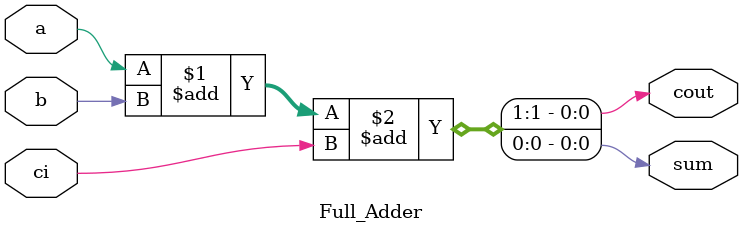
<source format=v>
module Full_Adder(sum, cout, a, b, ci);

//Interface
input	a, b, ci;
output	sum, cout;

// Calculation
assign {cout,sum} = a + b + ci;

endmodule

</source>
